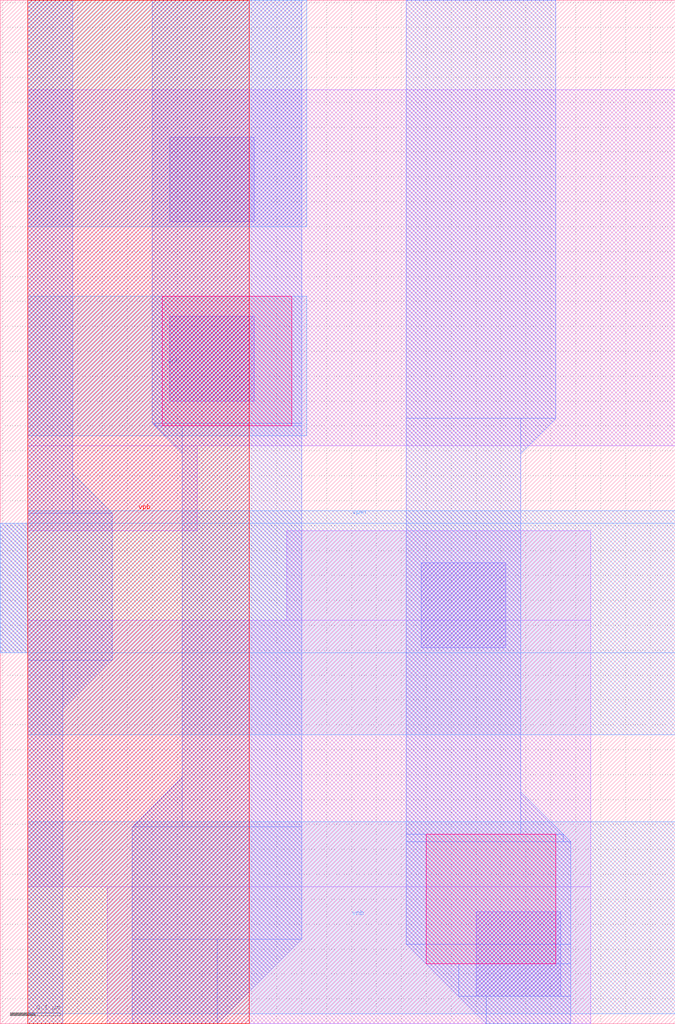
<source format=lef>
# Copyright 2020 The SkyWater PDK Authors
#
# Licensed under the Apache License, Version 2.0 (the "License");
# you may not use this file except in compliance with the License.
# You may obtain a copy of the License at
#
#     https://www.apache.org/licenses/LICENSE-2.0
#
# Unless required by applicable law or agreed to in writing, software
# distributed under the License is distributed on an "AS IS" BASIS,
# WITHOUT WARRANTIES OR CONDITIONS OF ANY KIND, either express or implied.
# See the License for the specific language governing permissions and
# limitations under the License.
#
# SPDX-License-Identifier: Apache-2.0

VERSION 5.7 ;
  NOWIREEXTENSIONATPIN ON ;
  DIVIDERCHAR "/" ;
  BUSBITCHARS "[]" ;
MACRO sky130_fd_bd_sram__sram_sp_cornerb
  CLASS BLOCK ;
  FOREIGN sky130_fd_bd_sram__sram_sp_cornerb ;
  ORIGIN  0.055000  0.000000 ;
  SIZE  1.355000 BY  2.055000 ;
  PIN vnb
    PORT
      LAYER met2 ;
        RECT 0.000000 0.020000 1.300000 0.405000 ;
    END
  END vnb
  PIN vpb
    ANTENNADIFFAREA  0.414475 ;
    PORT
      LAYER met2 ;
        RECT 0.000000 1.180000 0.560000 1.460000 ;
      LAYER nwell ;
        RECT 0.000000 0.000000 0.445000 2.055000 ;
    END
  END vpb
  PIN vpwr
    PORT
      LAYER met2 ;
        RECT -0.055000 0.745000 1.300000 1.005000 ;
        RECT  0.000000 0.580000 1.300000 0.745000 ;
        RECT  0.000000 1.005000 1.300000 1.030000 ;
    END
  END vpwr
  OBS
    LAYER li1 ;
      RECT 0.000000 0.275000 1.130000 0.810000 ;
      RECT 0.000000 0.990000 0.340000 1.160000 ;
      RECT 0.000000 1.160000 1.300000 1.875000 ;
      RECT 0.160000 0.000000 1.130000 0.275000 ;
      RECT 0.520000 0.810000 1.130000 0.990000 ;
    LAYER mcon ;
      RECT 0.285000 1.250000 0.455000 1.420000 ;
      RECT 0.285000 1.610000 0.455000 1.780000 ;
      RECT 0.790000 0.755000 0.960000 0.925000 ;
      RECT 0.900000 0.055000 1.070000 0.225000 ;
    LAYER met1 ;
      POLYGON  0.070000 0.730000 0.170000 0.730000 0.070000 0.630000 ;
      POLYGON  0.090000 1.105000 0.170000 1.025000 0.090000 1.025000 ;
      POLYGON  0.250000 1.205000 0.255000 1.205000 0.255000 1.200000 ;
      POLYGON  0.255000 1.200000 0.310000 1.200000 0.310000 1.145000 ;
      POLYGON  0.310000 0.495000 0.310000 0.395000 0.210000 0.395000 ;
      POLYGON  0.380000 0.170000 0.550000 0.170000 0.380000 0.000000 ;
      POLYGON  0.760000 0.160000 0.800000 0.160000 0.800000 0.120000 ;
      POLYGON  0.800000 0.120000 0.865000 0.120000 0.865000 0.055000 ;
      POLYGON  0.865000 0.055000 0.920000 0.055000 0.920000 0.000000 ;
      POLYGON  0.990000 0.465000 1.075000 0.380000 0.990000 0.380000 ;
      POLYGON  0.990000 1.215000 1.060000 1.215000 0.990000 1.145000 ;
      POLYGON  1.075000 0.380000 1.090000 0.365000 1.075000 0.365000 ;
      RECT -0.055000 0.745000 0.170000 1.005000 ;
      RECT  0.000000 0.000000 0.070000 0.730000 ;
      RECT  0.000000 0.730000 0.170000 0.745000 ;
      RECT  0.000000 1.005000 0.170000 1.025000 ;
      RECT  0.000000 1.025000 0.090000 2.055000 ;
      RECT  0.210000 0.000000 0.380000 0.170000 ;
      RECT  0.210000 0.170000 0.550000 0.395000 ;
      RECT  0.250000 1.205000 0.550000 2.055000 ;
      RECT  0.255000 1.200000 0.550000 1.205000 ;
      RECT  0.310000 0.395000 0.550000 1.200000 ;
      RECT  0.760000 0.160000 1.090000 0.365000 ;
      RECT  0.760000 0.365000 1.075000 0.380000 ;
      RECT  0.760000 0.380000 0.990000 1.215000 ;
      RECT  0.760000 1.215000 1.060000 2.055000 ;
      RECT  0.800000 0.120000 1.090000 0.160000 ;
      RECT  0.865000 0.055000 1.090000 0.120000 ;
      RECT  0.920000 0.000000 1.090000 0.055000 ;
    LAYER met2 ;
      RECT 0.000000 1.600000 0.560000 2.055000 ;
    LAYER via ;
      RECT 0.270000 1.200000 0.530000 1.460000 ;
      RECT 0.800000 0.120000 1.060000 0.380000 ;
  END
END sky130_fd_bd_sram__sram_sp_cornerb
END LIBRARY

</source>
